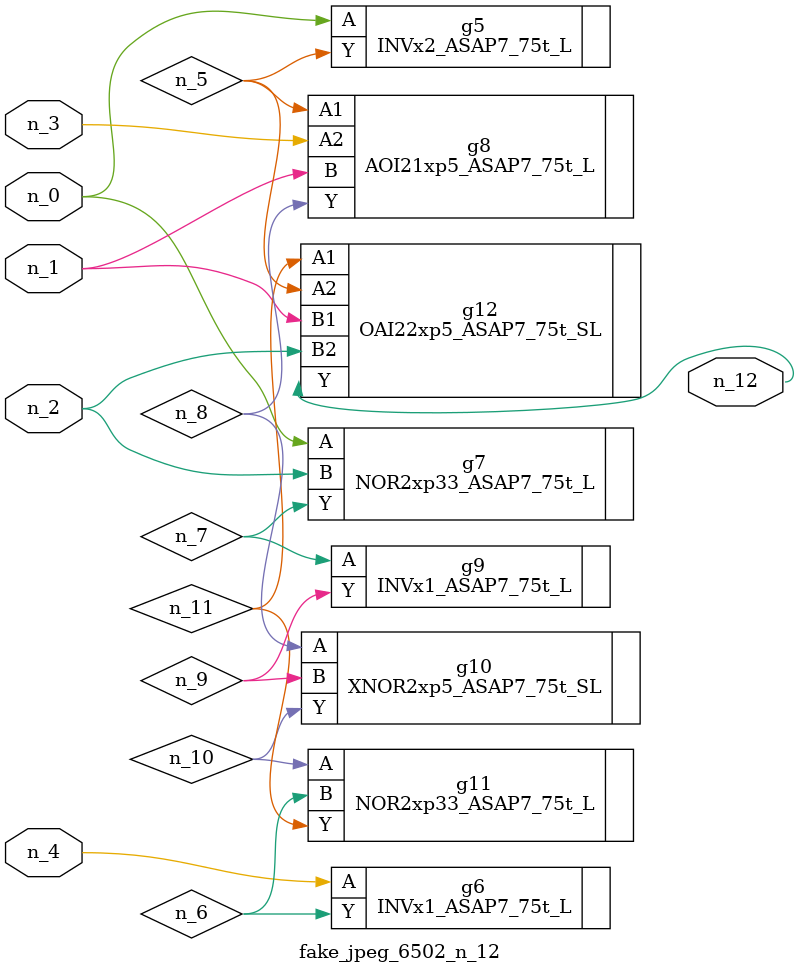
<source format=v>
module fake_jpeg_6502_n_12 (n_3, n_2, n_1, n_0, n_4, n_12);

input n_3;
input n_2;
input n_1;
input n_0;
input n_4;

output n_12;

wire n_11;
wire n_10;
wire n_8;
wire n_9;
wire n_6;
wire n_5;
wire n_7;

INVx2_ASAP7_75t_L g5 ( 
.A(n_0),
.Y(n_5)
);

INVx1_ASAP7_75t_L g6 ( 
.A(n_4),
.Y(n_6)
);

NOR2xp33_ASAP7_75t_L g7 ( 
.A(n_0),
.B(n_2),
.Y(n_7)
);

AOI21xp5_ASAP7_75t_L g8 ( 
.A1(n_5),
.A2(n_3),
.B(n_1),
.Y(n_8)
);

XNOR2xp5_ASAP7_75t_SL g10 ( 
.A(n_8),
.B(n_9),
.Y(n_10)
);

INVx1_ASAP7_75t_L g9 ( 
.A(n_7),
.Y(n_9)
);

NOR2xp33_ASAP7_75t_L g11 ( 
.A(n_10),
.B(n_6),
.Y(n_11)
);

OAI22xp5_ASAP7_75t_SL g12 ( 
.A1(n_11),
.A2(n_5),
.B1(n_1),
.B2(n_2),
.Y(n_12)
);


endmodule
</source>
